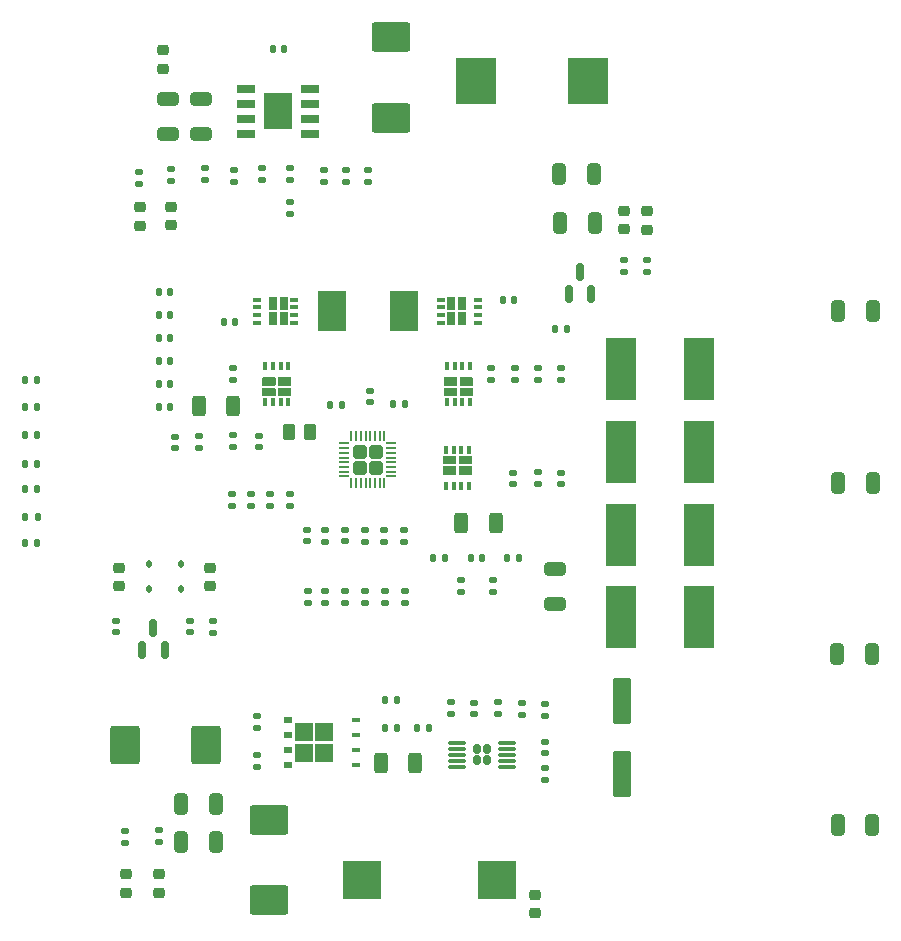
<source format=gtp>
G04 #@! TF.GenerationSoftware,KiCad,Pcbnew,7.0.6-0*
G04 #@! TF.CreationDate,2023-09-08T10:13:38-03:00*
G04 #@! TF.ProjectId,expansao_bateria_rev1.1,65787061-6e73-4616-9f5f-626174657269,rev?*
G04 #@! TF.SameCoordinates,Original*
G04 #@! TF.FileFunction,Paste,Top*
G04 #@! TF.FilePolarity,Positive*
%FSLAX46Y46*%
G04 Gerber Fmt 4.6, Leading zero omitted, Abs format (unit mm)*
G04 Created by KiCad (PCBNEW 7.0.6-0) date 2023-09-08 10:13:38*
%MOMM*%
%LPD*%
G01*
G04 APERTURE LIST*
G04 Aperture macros list*
%AMRoundRect*
0 Rectangle with rounded corners*
0 $1 Rounding radius*
0 $2 $3 $4 $5 $6 $7 $8 $9 X,Y pos of 4 corners*
0 Add a 4 corners polygon primitive as box body*
4,1,4,$2,$3,$4,$5,$6,$7,$8,$9,$2,$3,0*
0 Add four circle primitives for the rounded corners*
1,1,$1+$1,$2,$3*
1,1,$1+$1,$4,$5*
1,1,$1+$1,$6,$7*
1,1,$1+$1,$8,$9*
0 Add four rect primitives between the rounded corners*
20,1,$1+$1,$2,$3,$4,$5,0*
20,1,$1+$1,$4,$5,$6,$7,0*
20,1,$1+$1,$6,$7,$8,$9,0*
20,1,$1+$1,$8,$9,$2,$3,0*%
G04 Aperture macros list end*
%ADD10R,2.500000X5.300000*%
%ADD11RoundRect,0.250000X0.550000X-1.712500X0.550000X1.712500X-0.550000X1.712500X-0.550000X-1.712500X0*%
%ADD12RoundRect,0.135000X-0.185000X0.135000X-0.185000X-0.135000X0.185000X-0.135000X0.185000X0.135000X0*%
%ADD13RoundRect,0.135000X0.185000X-0.135000X0.185000X0.135000X-0.185000X0.135000X-0.185000X-0.135000X0*%
%ADD14R,0.399999X0.700001*%
%ADD15RoundRect,0.218750X-0.256250X0.218750X-0.256250X-0.218750X0.256250X-0.218750X0.256250X0.218750X0*%
%ADD16RoundRect,0.140000X-0.170000X0.140000X-0.170000X-0.140000X0.170000X-0.140000X0.170000X0.140000X0*%
%ADD17RoundRect,0.250000X-0.325000X-0.650000X0.325000X-0.650000X0.325000X0.650000X-0.325000X0.650000X0*%
%ADD18RoundRect,0.140000X-0.140000X-0.170000X0.140000X-0.170000X0.140000X0.170000X-0.140000X0.170000X0*%
%ADD19RoundRect,0.250000X-0.312500X-0.625000X0.312500X-0.625000X0.312500X0.625000X-0.312500X0.625000X0*%
%ADD20RoundRect,0.140000X0.140000X0.170000X-0.140000X0.170000X-0.140000X-0.170000X0.140000X-0.170000X0*%
%ADD21RoundRect,0.175000X0.175000X0.220000X-0.175000X0.220000X-0.175000X-0.220000X0.175000X-0.220000X0*%
%ADD22RoundRect,0.075000X0.650000X0.075000X-0.650000X0.075000X-0.650000X-0.075000X0.650000X-0.075000X0*%
%ADD23RoundRect,0.150000X0.150000X-0.587500X0.150000X0.587500X-0.150000X0.587500X-0.150000X-0.587500X0*%
%ADD24RoundRect,0.218750X0.256250X-0.218750X0.256250X0.218750X-0.256250X0.218750X-0.256250X-0.218750X0*%
%ADD25RoundRect,0.140000X0.170000X-0.140000X0.170000X0.140000X-0.170000X0.140000X-0.170000X-0.140000X0*%
%ADD26RoundRect,0.135000X0.135000X0.185000X-0.135000X0.185000X-0.135000X-0.185000X0.135000X-0.185000X0*%
%ADD27RoundRect,0.250000X0.650000X-0.325000X0.650000X0.325000X-0.650000X0.325000X-0.650000X-0.325000X0*%
%ADD28RoundRect,0.135000X-0.135000X-0.185000X0.135000X-0.185000X0.135000X0.185000X-0.135000X0.185000X0*%
%ADD29R,3.500000X4.000000*%
%ADD30RoundRect,0.250000X-0.335000X-0.335000X0.335000X-0.335000X0.335000X0.335000X-0.335000X0.335000X0*%
%ADD31RoundRect,0.050000X-0.337500X-0.050000X0.337500X-0.050000X0.337500X0.050000X-0.337500X0.050000X0*%
%ADD32RoundRect,0.050000X-0.050000X-0.337500X0.050000X-0.337500X0.050000X0.337500X-0.050000X0.337500X0*%
%ADD33RoundRect,0.250000X0.325000X0.650000X-0.325000X0.650000X-0.325000X-0.650000X0.325000X-0.650000X0*%
%ADD34RoundRect,0.250000X1.000000X-1.400000X1.000000X1.400000X-1.000000X1.400000X-1.000000X-1.400000X0*%
%ADD35RoundRect,0.250000X-1.400000X-1.000000X1.400000X-1.000000X1.400000X1.000000X-1.400000X1.000000X0*%
%ADD36RoundRect,0.250000X-0.650000X0.325000X-0.650000X-0.325000X0.650000X-0.325000X0.650000X0.325000X0*%
%ADD37RoundRect,0.225000X-0.250000X0.225000X-0.250000X-0.225000X0.250000X-0.225000X0.250000X0.225000X0*%
%ADD38RoundRect,0.112500X0.112500X-0.187500X0.112500X0.187500X-0.112500X0.187500X-0.112500X-0.187500X0*%
%ADD39R,0.700001X0.399999*%
%ADD40R,1.525000X0.650000*%
%ADD41R,2.400000X3.100000*%
%ADD42R,3.175000X3.300000*%
%ADD43R,1.500000X1.500000*%
%ADD44R,0.750000X0.500000*%
%ADD45R,0.750000X0.400000*%
%ADD46RoundRect,0.250000X-0.262500X-0.450000X0.262500X-0.450000X0.262500X0.450000X-0.262500X0.450000X0*%
%ADD47R,2.350000X3.500000*%
G04 APERTURE END LIST*
G36*
X28648774Y-31708948D02*
G01*
X28658033Y-31711754D01*
X28666564Y-31716316D01*
X28674042Y-31722453D01*
X28680179Y-31729930D01*
X28684741Y-31738462D01*
X28687547Y-31747721D01*
X28688495Y-31757350D01*
X28688495Y-32363648D01*
X28687547Y-32373277D01*
X28684741Y-32382535D01*
X28680179Y-32391067D01*
X28674042Y-32398545D01*
X28666564Y-32404681D01*
X28658033Y-32409243D01*
X28648774Y-32412050D01*
X28639145Y-32412997D01*
X27612848Y-32412997D01*
X27603219Y-32412050D01*
X27593960Y-32409243D01*
X27585429Y-32404681D01*
X27577951Y-32398545D01*
X27571814Y-32391067D01*
X27567252Y-32382535D01*
X27564446Y-32373277D01*
X27563496Y-32363648D01*
X27563496Y-31757350D01*
X27564446Y-31747721D01*
X27567252Y-31738462D01*
X27571814Y-31729930D01*
X27577951Y-31722453D01*
X27585429Y-31716316D01*
X27593960Y-31711754D01*
X27603219Y-31708948D01*
X27612848Y-31707998D01*
X28639145Y-31707998D01*
X28648774Y-31708948D01*
G37*
G36*
X27323778Y-31708948D02*
G01*
X27333036Y-31711754D01*
X27341568Y-31716316D01*
X27349046Y-31722453D01*
X27355183Y-31729930D01*
X27359745Y-31738462D01*
X27362551Y-31747721D01*
X27363501Y-31757350D01*
X27363501Y-32363648D01*
X27362551Y-32373277D01*
X27359745Y-32382535D01*
X27355183Y-32391067D01*
X27349046Y-32398545D01*
X27341568Y-32404681D01*
X27333036Y-32409243D01*
X27323778Y-32412050D01*
X27314149Y-32412997D01*
X26287852Y-32412997D01*
X26278223Y-32412050D01*
X26268964Y-32409243D01*
X26260433Y-32404681D01*
X26252955Y-32398545D01*
X26246818Y-32391067D01*
X26242256Y-32382535D01*
X26239450Y-32373277D01*
X26238502Y-32363648D01*
X26238502Y-31757350D01*
X26239450Y-31747721D01*
X26242256Y-31738462D01*
X26246818Y-31729930D01*
X26252955Y-31722453D01*
X26260433Y-31716316D01*
X26268964Y-31711754D01*
X26278223Y-31708948D01*
X26287852Y-31707998D01*
X27314149Y-31707998D01*
X27323778Y-31708948D01*
G37*
G36*
X28648774Y-32613947D02*
G01*
X28658033Y-32616754D01*
X28666564Y-32621316D01*
X28674042Y-32627452D01*
X28680179Y-32634930D01*
X28684741Y-32643462D01*
X28687547Y-32652720D01*
X28688495Y-32662349D01*
X28688495Y-33268647D01*
X28687547Y-33278276D01*
X28684741Y-33287535D01*
X28680179Y-33296067D01*
X28674042Y-33303544D01*
X28666564Y-33309681D01*
X28658033Y-33314243D01*
X28648774Y-33317049D01*
X28639145Y-33317997D01*
X27612848Y-33317997D01*
X27603219Y-33317049D01*
X27593960Y-33314243D01*
X27585429Y-33309681D01*
X27577951Y-33303544D01*
X27571814Y-33296067D01*
X27567252Y-33287535D01*
X27564446Y-33278276D01*
X27563496Y-33268647D01*
X27563496Y-32662349D01*
X27564446Y-32652720D01*
X27567252Y-32643462D01*
X27571814Y-32634930D01*
X27577951Y-32627452D01*
X27585429Y-32621316D01*
X27593960Y-32616754D01*
X27603219Y-32613947D01*
X27612848Y-32612997D01*
X28639145Y-32612997D01*
X28648774Y-32613947D01*
G37*
G36*
X27323778Y-32613947D02*
G01*
X27333036Y-32616754D01*
X27341568Y-32621316D01*
X27349046Y-32627452D01*
X27355183Y-32634930D01*
X27359745Y-32643462D01*
X27362551Y-32652720D01*
X27363501Y-32662349D01*
X27363501Y-33268647D01*
X27362551Y-33278276D01*
X27359745Y-33287535D01*
X27355183Y-33296067D01*
X27349046Y-33303544D01*
X27341568Y-33309681D01*
X27333036Y-33314243D01*
X27323778Y-33317049D01*
X27314149Y-33317997D01*
X26287852Y-33317997D01*
X26278223Y-33317049D01*
X26268964Y-33314243D01*
X26260433Y-33309681D01*
X26252955Y-33303544D01*
X26246818Y-33296067D01*
X26242256Y-33287535D01*
X26239450Y-33278276D01*
X26238502Y-33268647D01*
X26238502Y-32662349D01*
X26239450Y-32652720D01*
X26242256Y-32643462D01*
X26246818Y-32634930D01*
X26252955Y-32627452D01*
X26260433Y-32621316D01*
X26268964Y-32616754D01*
X26278223Y-32613947D01*
X26287852Y-32612997D01*
X27314149Y-32612997D01*
X27323778Y-32613947D01*
G37*
G36*
X42643283Y-39223948D02*
G01*
X42652542Y-39226755D01*
X42661073Y-39231317D01*
X42668551Y-39237453D01*
X42674688Y-39244931D01*
X42679250Y-39253463D01*
X42682056Y-39262721D01*
X42683006Y-39272350D01*
X42683006Y-39878648D01*
X42682056Y-39888277D01*
X42679250Y-39897536D01*
X42674688Y-39906068D01*
X42668551Y-39913545D01*
X42661073Y-39919682D01*
X42652542Y-39924244D01*
X42643283Y-39927050D01*
X42633654Y-39928000D01*
X41607357Y-39928000D01*
X41597728Y-39927050D01*
X41588469Y-39924244D01*
X41579938Y-39919682D01*
X41572460Y-39913545D01*
X41566323Y-39906068D01*
X41561761Y-39897536D01*
X41558955Y-39888277D01*
X41558007Y-39878648D01*
X41558007Y-39272350D01*
X41558955Y-39262721D01*
X41561761Y-39253463D01*
X41566323Y-39244931D01*
X41572460Y-39237453D01*
X41579938Y-39231317D01*
X41588469Y-39226755D01*
X41597728Y-39223948D01*
X41607357Y-39223001D01*
X42633654Y-39223001D01*
X42643283Y-39223948D01*
G37*
G36*
X43968279Y-39223948D02*
G01*
X43977538Y-39226755D01*
X43986069Y-39231317D01*
X43993547Y-39237453D01*
X43999684Y-39244931D01*
X44004246Y-39253463D01*
X44007052Y-39262721D01*
X44008000Y-39272350D01*
X44008000Y-39878648D01*
X44007052Y-39888277D01*
X44004246Y-39897536D01*
X43999684Y-39906068D01*
X43993547Y-39913545D01*
X43986069Y-39919682D01*
X43977538Y-39924244D01*
X43968279Y-39927050D01*
X43958650Y-39928000D01*
X42932353Y-39928000D01*
X42922724Y-39927050D01*
X42913466Y-39924244D01*
X42904934Y-39919682D01*
X42897456Y-39913545D01*
X42891319Y-39906068D01*
X42886757Y-39897536D01*
X42883951Y-39888277D01*
X42883001Y-39878648D01*
X42883001Y-39272350D01*
X42883951Y-39262721D01*
X42886757Y-39253463D01*
X42891319Y-39244931D01*
X42897456Y-39237453D01*
X42904934Y-39231317D01*
X42913466Y-39226755D01*
X42922724Y-39223948D01*
X42932353Y-39223001D01*
X43958650Y-39223001D01*
X43968279Y-39223948D01*
G37*
G36*
X42643283Y-38318949D02*
G01*
X42652542Y-38321755D01*
X42661073Y-38326317D01*
X42668551Y-38332454D01*
X42674688Y-38339931D01*
X42679250Y-38348463D01*
X42682056Y-38357722D01*
X42683006Y-38367351D01*
X42683006Y-38973649D01*
X42682056Y-38983278D01*
X42679250Y-38992536D01*
X42674688Y-39001068D01*
X42668551Y-39008546D01*
X42661073Y-39014682D01*
X42652542Y-39019244D01*
X42643283Y-39022051D01*
X42633654Y-39023001D01*
X41607357Y-39023001D01*
X41597728Y-39022051D01*
X41588469Y-39019244D01*
X41579938Y-39014682D01*
X41572460Y-39008546D01*
X41566323Y-39001068D01*
X41561761Y-38992536D01*
X41558955Y-38983278D01*
X41558007Y-38973649D01*
X41558007Y-38367351D01*
X41558955Y-38357722D01*
X41561761Y-38348463D01*
X41566323Y-38339931D01*
X41572460Y-38332454D01*
X41579938Y-38326317D01*
X41588469Y-38321755D01*
X41597728Y-38318949D01*
X41607357Y-38318001D01*
X42633654Y-38318001D01*
X42643283Y-38318949D01*
G37*
G36*
X43968279Y-38318949D02*
G01*
X43977538Y-38321755D01*
X43986069Y-38326317D01*
X43993547Y-38332454D01*
X43999684Y-38339931D01*
X44004246Y-38348463D01*
X44007052Y-38357722D01*
X44008000Y-38367351D01*
X44008000Y-38973649D01*
X44007052Y-38983278D01*
X44004246Y-38992536D01*
X43999684Y-39001068D01*
X43993547Y-39008546D01*
X43986069Y-39014682D01*
X43977538Y-39019244D01*
X43968279Y-39022051D01*
X43958650Y-39023001D01*
X42932353Y-39023001D01*
X42922724Y-39022051D01*
X42913466Y-39019244D01*
X42904934Y-39014682D01*
X42897456Y-39008546D01*
X42891319Y-39001068D01*
X42886757Y-38992536D01*
X42883951Y-38983278D01*
X42883001Y-38973649D01*
X42883001Y-38367351D01*
X42883951Y-38357722D01*
X42886757Y-38348463D01*
X42891319Y-38339931D01*
X42897456Y-38332454D01*
X42904934Y-38326317D01*
X42913466Y-38321755D01*
X42922724Y-38318949D01*
X42932353Y-38318001D01*
X43958650Y-38318001D01*
X43968279Y-38318949D01*
G37*
G36*
X43468279Y-26183944D02*
G01*
X43477538Y-26186750D01*
X43486070Y-26191312D01*
X43493547Y-26197449D01*
X43499684Y-26204927D01*
X43504246Y-26213458D01*
X43507052Y-26222717D01*
X43508002Y-26232346D01*
X43508002Y-27258643D01*
X43507052Y-27268272D01*
X43504246Y-27277531D01*
X43499684Y-27286062D01*
X43493547Y-27293540D01*
X43486070Y-27299677D01*
X43477538Y-27304239D01*
X43468279Y-27307045D01*
X43458650Y-27307993D01*
X42852352Y-27307993D01*
X42842723Y-27307045D01*
X42833465Y-27304239D01*
X42824933Y-27299677D01*
X42817455Y-27293540D01*
X42811319Y-27286062D01*
X42806757Y-27277531D01*
X42803950Y-27268272D01*
X42803003Y-27258643D01*
X42803003Y-26232346D01*
X42803950Y-26222717D01*
X42806757Y-26213458D01*
X42811319Y-26204927D01*
X42817455Y-26197449D01*
X42824933Y-26191312D01*
X42833465Y-26186750D01*
X42842723Y-26183944D01*
X42852352Y-26182994D01*
X43458650Y-26182994D01*
X43468279Y-26183944D01*
G37*
G36*
X43468279Y-24858948D02*
G01*
X43477538Y-24861754D01*
X43486070Y-24866316D01*
X43493547Y-24872453D01*
X43499684Y-24879931D01*
X43504246Y-24888462D01*
X43507052Y-24897721D01*
X43508002Y-24907350D01*
X43508002Y-25933647D01*
X43507052Y-25943276D01*
X43504246Y-25952534D01*
X43499684Y-25961066D01*
X43493547Y-25968544D01*
X43486070Y-25974681D01*
X43477538Y-25979243D01*
X43468279Y-25982049D01*
X43458650Y-25982999D01*
X42852352Y-25982999D01*
X42842723Y-25982049D01*
X42833465Y-25979243D01*
X42824933Y-25974681D01*
X42817455Y-25968544D01*
X42811319Y-25961066D01*
X42806757Y-25952534D01*
X42803950Y-25943276D01*
X42803003Y-25933647D01*
X42803003Y-24907350D01*
X42803950Y-24897721D01*
X42806757Y-24888462D01*
X42811319Y-24879931D01*
X42817455Y-24872453D01*
X42824933Y-24866316D01*
X42833465Y-24861754D01*
X42842723Y-24858948D01*
X42852352Y-24858000D01*
X43458650Y-24858000D01*
X43468279Y-24858948D01*
G37*
G36*
X42563280Y-26183944D02*
G01*
X42572538Y-26186750D01*
X42581070Y-26191312D01*
X42588548Y-26197449D01*
X42594684Y-26204927D01*
X42599246Y-26213458D01*
X42602053Y-26222717D01*
X42603003Y-26232346D01*
X42603003Y-27258643D01*
X42602053Y-27268272D01*
X42599246Y-27277531D01*
X42594684Y-27286062D01*
X42588548Y-27293540D01*
X42581070Y-27299677D01*
X42572538Y-27304239D01*
X42563280Y-27307045D01*
X42553651Y-27307993D01*
X41947353Y-27307993D01*
X41937724Y-27307045D01*
X41928465Y-27304239D01*
X41919933Y-27299677D01*
X41912456Y-27293540D01*
X41906319Y-27286062D01*
X41901757Y-27277531D01*
X41898951Y-27268272D01*
X41898003Y-27258643D01*
X41898003Y-26232346D01*
X41898951Y-26222717D01*
X41901757Y-26213458D01*
X41906319Y-26204927D01*
X41912456Y-26197449D01*
X41919933Y-26191312D01*
X41928465Y-26186750D01*
X41937724Y-26183944D01*
X41947353Y-26182994D01*
X42553651Y-26182994D01*
X42563280Y-26183944D01*
G37*
G36*
X42563280Y-24858948D02*
G01*
X42572538Y-24861754D01*
X42581070Y-24866316D01*
X42588548Y-24872453D01*
X42594684Y-24879931D01*
X42599246Y-24888462D01*
X42602053Y-24897721D01*
X42603003Y-24907350D01*
X42603003Y-25933647D01*
X42602053Y-25943276D01*
X42599246Y-25952534D01*
X42594684Y-25961066D01*
X42588548Y-25968544D01*
X42581070Y-25974681D01*
X42572538Y-25979243D01*
X42563280Y-25982049D01*
X42553651Y-25982999D01*
X41947353Y-25982999D01*
X41937724Y-25982049D01*
X41928465Y-25979243D01*
X41919933Y-25974681D01*
X41912456Y-25968544D01*
X41906319Y-25961066D01*
X41901757Y-25952534D01*
X41898951Y-25943276D01*
X41898003Y-25933647D01*
X41898003Y-24907350D01*
X41898951Y-24897721D01*
X41901757Y-24888462D01*
X41906319Y-24879931D01*
X41912456Y-24872453D01*
X41919933Y-24866316D01*
X41928465Y-24861754D01*
X41937724Y-24858948D01*
X41947353Y-24858000D01*
X42553651Y-24858000D01*
X42563280Y-24858948D01*
G37*
G36*
X27468778Y-24858953D02*
G01*
X27478036Y-24861759D01*
X27486568Y-24866321D01*
X27494046Y-24872458D01*
X27500182Y-24879936D01*
X27504744Y-24888467D01*
X27507551Y-24897726D01*
X27508498Y-24907355D01*
X27508498Y-25933652D01*
X27507551Y-25943281D01*
X27504744Y-25952540D01*
X27500182Y-25961071D01*
X27494046Y-25968549D01*
X27486568Y-25974686D01*
X27478036Y-25979248D01*
X27468778Y-25982054D01*
X27459149Y-25983004D01*
X26852851Y-25983004D01*
X26843222Y-25982054D01*
X26833963Y-25979248D01*
X26825431Y-25974686D01*
X26817954Y-25968549D01*
X26811817Y-25961071D01*
X26807255Y-25952540D01*
X26804449Y-25943281D01*
X26803499Y-25933652D01*
X26803499Y-24907355D01*
X26804449Y-24897726D01*
X26807255Y-24888467D01*
X26811817Y-24879936D01*
X26817954Y-24872458D01*
X26825431Y-24866321D01*
X26833963Y-24861759D01*
X26843222Y-24858953D01*
X26852851Y-24858005D01*
X27459149Y-24858005D01*
X27468778Y-24858953D01*
G37*
G36*
X27468778Y-26183949D02*
G01*
X27478036Y-26186755D01*
X27486568Y-26191317D01*
X27494046Y-26197454D01*
X27500182Y-26204932D01*
X27504744Y-26213464D01*
X27507551Y-26222722D01*
X27508498Y-26232351D01*
X27508498Y-27258648D01*
X27507551Y-27268277D01*
X27504744Y-27277536D01*
X27500182Y-27286067D01*
X27494046Y-27293545D01*
X27486568Y-27299682D01*
X27478036Y-27304244D01*
X27468778Y-27307050D01*
X27459149Y-27307998D01*
X26852851Y-27307998D01*
X26843222Y-27307050D01*
X26833963Y-27304244D01*
X26825431Y-27299682D01*
X26817954Y-27293545D01*
X26811817Y-27286067D01*
X26807255Y-27277536D01*
X26804449Y-27268277D01*
X26803499Y-27258648D01*
X26803499Y-26232351D01*
X26804449Y-26222722D01*
X26807255Y-26213464D01*
X26811817Y-26204932D01*
X26817954Y-26197454D01*
X26825431Y-26191317D01*
X26833963Y-26186755D01*
X26843222Y-26183949D01*
X26852851Y-26182999D01*
X27459149Y-26182999D01*
X27468778Y-26183949D01*
G37*
G36*
X28373777Y-24858953D02*
G01*
X28383036Y-24861759D01*
X28391568Y-24866321D01*
X28399045Y-24872458D01*
X28405182Y-24879936D01*
X28409744Y-24888467D01*
X28412550Y-24897726D01*
X28413498Y-24907355D01*
X28413498Y-25933652D01*
X28412550Y-25943281D01*
X28409744Y-25952540D01*
X28405182Y-25961071D01*
X28399045Y-25968549D01*
X28391568Y-25974686D01*
X28383036Y-25979248D01*
X28373777Y-25982054D01*
X28364148Y-25983004D01*
X27757850Y-25983004D01*
X27748221Y-25982054D01*
X27738963Y-25979248D01*
X27730431Y-25974686D01*
X27722953Y-25968549D01*
X27716817Y-25961071D01*
X27712255Y-25952540D01*
X27709448Y-25943281D01*
X27708498Y-25933652D01*
X27708498Y-24907355D01*
X27709448Y-24897726D01*
X27712255Y-24888467D01*
X27716817Y-24879936D01*
X27722953Y-24872458D01*
X27730431Y-24866321D01*
X27738963Y-24861759D01*
X27748221Y-24858953D01*
X27757850Y-24858005D01*
X28364148Y-24858005D01*
X28373777Y-24858953D01*
G37*
G36*
X28373777Y-26183949D02*
G01*
X28383036Y-26186755D01*
X28391568Y-26191317D01*
X28399045Y-26197454D01*
X28405182Y-26204932D01*
X28409744Y-26213464D01*
X28412550Y-26222722D01*
X28413498Y-26232351D01*
X28413498Y-27258648D01*
X28412550Y-27268277D01*
X28409744Y-27277536D01*
X28405182Y-27286067D01*
X28399045Y-27293545D01*
X28391568Y-27299682D01*
X28383036Y-27304244D01*
X28373777Y-27307050D01*
X28364148Y-27307998D01*
X27757850Y-27307998D01*
X27748221Y-27307050D01*
X27738963Y-27304244D01*
X27730431Y-27299682D01*
X27722953Y-27293545D01*
X27716817Y-27286067D01*
X27712255Y-27277536D01*
X27709448Y-27268277D01*
X27708498Y-27258648D01*
X27708498Y-26232351D01*
X27709448Y-26222722D01*
X27712255Y-26213464D01*
X27716817Y-26204932D01*
X27722953Y-26197454D01*
X27730431Y-26191317D01*
X27738963Y-26186755D01*
X27748221Y-26183949D01*
X27757850Y-26182999D01*
X28364148Y-26182999D01*
X28373777Y-26183949D01*
G37*
G36*
X44033273Y-31708948D02*
G01*
X44042532Y-31711754D01*
X44051063Y-31716316D01*
X44058541Y-31722453D01*
X44064678Y-31729930D01*
X44069240Y-31738462D01*
X44072046Y-31747721D01*
X44072994Y-31757350D01*
X44072994Y-32363648D01*
X44072046Y-32373277D01*
X44069240Y-32382535D01*
X44064678Y-32391067D01*
X44058541Y-32398545D01*
X44051063Y-32404681D01*
X44042532Y-32409243D01*
X44033273Y-32412050D01*
X44023644Y-32412997D01*
X42997347Y-32412997D01*
X42987718Y-32412050D01*
X42978459Y-32409243D01*
X42969928Y-32404681D01*
X42962450Y-32398545D01*
X42956313Y-32391067D01*
X42951751Y-32382535D01*
X42948945Y-32373277D01*
X42947995Y-32363648D01*
X42947995Y-31757350D01*
X42948945Y-31747721D01*
X42951751Y-31738462D01*
X42956313Y-31729930D01*
X42962450Y-31722453D01*
X42969928Y-31716316D01*
X42978459Y-31711754D01*
X42987718Y-31708948D01*
X42997347Y-31707998D01*
X44023644Y-31707998D01*
X44033273Y-31708948D01*
G37*
G36*
X42708277Y-31708948D02*
G01*
X42717535Y-31711754D01*
X42726067Y-31716316D01*
X42733545Y-31722453D01*
X42739682Y-31729930D01*
X42744244Y-31738462D01*
X42747050Y-31747721D01*
X42748000Y-31757350D01*
X42748000Y-32363648D01*
X42747050Y-32373277D01*
X42744244Y-32382535D01*
X42739682Y-32391067D01*
X42733545Y-32398545D01*
X42726067Y-32404681D01*
X42717535Y-32409243D01*
X42708277Y-32412050D01*
X42698648Y-32412997D01*
X41672351Y-32412997D01*
X41662722Y-32412050D01*
X41653463Y-32409243D01*
X41644932Y-32404681D01*
X41637454Y-32398545D01*
X41631317Y-32391067D01*
X41626755Y-32382535D01*
X41623949Y-32373277D01*
X41623001Y-32363648D01*
X41623001Y-31757350D01*
X41623949Y-31747721D01*
X41626755Y-31738462D01*
X41631317Y-31729930D01*
X41637454Y-31722453D01*
X41644932Y-31716316D01*
X41653463Y-31711754D01*
X41662722Y-31708948D01*
X41672351Y-31707998D01*
X42698648Y-31707998D01*
X42708277Y-31708948D01*
G37*
G36*
X44033273Y-32613947D02*
G01*
X44042532Y-32616754D01*
X44051063Y-32621316D01*
X44058541Y-32627452D01*
X44064678Y-32634930D01*
X44069240Y-32643462D01*
X44072046Y-32652720D01*
X44072994Y-32662349D01*
X44072994Y-33268647D01*
X44072046Y-33278276D01*
X44069240Y-33287535D01*
X44064678Y-33296067D01*
X44058541Y-33303544D01*
X44051063Y-33309681D01*
X44042532Y-33314243D01*
X44033273Y-33317049D01*
X44023644Y-33317997D01*
X42997347Y-33317997D01*
X42987718Y-33317049D01*
X42978459Y-33314243D01*
X42969928Y-33309681D01*
X42962450Y-33303544D01*
X42956313Y-33296067D01*
X42951751Y-33287535D01*
X42948945Y-33278276D01*
X42947995Y-33268647D01*
X42947995Y-32662349D01*
X42948945Y-32652720D01*
X42951751Y-32643462D01*
X42956313Y-32634930D01*
X42962450Y-32627452D01*
X42969928Y-32621316D01*
X42978459Y-32616754D01*
X42987718Y-32613947D01*
X42997347Y-32612997D01*
X44023644Y-32612997D01*
X44033273Y-32613947D01*
G37*
G36*
X42708277Y-32613947D02*
G01*
X42717535Y-32616754D01*
X42726067Y-32621316D01*
X42733545Y-32627452D01*
X42739682Y-32634930D01*
X42744244Y-32643462D01*
X42747050Y-32652720D01*
X42748000Y-32662349D01*
X42748000Y-33268647D01*
X42747050Y-33278276D01*
X42744244Y-33287535D01*
X42739682Y-33296067D01*
X42733545Y-33303544D01*
X42726067Y-33309681D01*
X42717535Y-33314243D01*
X42708277Y-33317049D01*
X42698648Y-33317997D01*
X41672351Y-33317997D01*
X41662722Y-33317049D01*
X41653463Y-33314243D01*
X41644932Y-33309681D01*
X41637454Y-33303544D01*
X41631317Y-33296067D01*
X41626755Y-33287535D01*
X41623949Y-33278276D01*
X41623001Y-33268647D01*
X41623001Y-32662349D01*
X41623949Y-32652720D01*
X41626755Y-32643462D01*
X41631317Y-32634930D01*
X41637454Y-32627452D01*
X41644932Y-32621316D01*
X41653463Y-32616754D01*
X41662722Y-32613947D01*
X41672351Y-32612997D01*
X42698648Y-32612997D01*
X42708277Y-32613947D01*
G37*
D10*
X56581000Y-37995666D03*
X63181000Y-37995666D03*
D11*
X56706000Y-65274500D03*
X56706000Y-59099500D03*
D12*
X17482000Y-70033000D03*
X17482000Y-71053000D03*
X34952800Y-49784000D03*
X34952800Y-50804000D03*
D13*
X58818000Y-22796500D03*
X58818000Y-21776500D03*
D14*
X28438503Y-30718000D03*
X27788502Y-30718000D03*
X27138503Y-30718000D03*
X26488502Y-30718000D03*
X26488502Y-33817998D03*
X27138500Y-33817998D03*
X27788502Y-33817998D03*
X28438500Y-33817998D03*
D15*
X17826000Y-3980500D03*
X17826000Y-5555500D03*
D16*
X33233200Y-44632000D03*
X33233200Y-45592000D03*
D17*
X51391000Y-14513000D03*
X54341000Y-14513000D03*
D18*
X37333000Y-33929000D03*
X38293000Y-33929000D03*
D15*
X14145000Y-47812000D03*
X14145000Y-49387000D03*
D13*
X26254332Y-15031000D03*
X26254332Y-14011000D03*
D19*
X20866500Y-34107000D03*
X23791500Y-34107000D03*
D20*
X41683000Y-47001000D03*
X40723000Y-47001000D03*
D16*
X47479000Y-39761000D03*
X47479000Y-40721000D03*
D13*
X50205000Y-65776000D03*
X50205000Y-64756000D03*
X31595600Y-50804000D03*
X31595600Y-49784000D03*
D21*
X45262000Y-64120000D03*
X45262000Y-63180000D03*
X44422000Y-64120000D03*
X44422000Y-63180000D03*
D22*
X46992000Y-64650000D03*
X46992000Y-64150000D03*
X46992000Y-63650000D03*
X46992000Y-63150000D03*
X46992000Y-62650000D03*
X42692000Y-62650000D03*
X42692000Y-63150000D03*
X42692000Y-63650000D03*
X42692000Y-64150000D03*
X42692000Y-64650000D03*
D13*
X56908000Y-22747500D03*
X56908000Y-21727500D03*
D23*
X16068000Y-54755000D03*
X17968000Y-54755000D03*
X17018000Y-52880000D03*
D18*
X46587000Y-25108000D03*
X47547000Y-25108000D03*
X32003000Y-34001000D03*
X32963000Y-34001000D03*
D24*
X14691000Y-75332000D03*
X14691000Y-73757000D03*
D25*
X49574000Y-31896000D03*
X49574000Y-30936000D03*
D16*
X38269000Y-44656000D03*
X38269000Y-45616000D03*
X13875000Y-52300000D03*
X13875000Y-53260000D03*
D26*
X37644000Y-59015000D03*
X36624000Y-59015000D03*
D10*
X56581000Y-30980000D03*
X63181000Y-30980000D03*
D16*
X26917000Y-41615000D03*
X26917000Y-42575000D03*
D10*
X56581000Y-45011332D03*
X63181000Y-45011332D03*
D16*
X51522000Y-39787000D03*
X51522000Y-40747000D03*
D13*
X23642000Y-42605000D03*
X23642000Y-41585000D03*
D27*
X18244000Y-11089000D03*
X18244000Y-8139000D03*
D20*
X18470000Y-32229000D03*
X17510000Y-32229000D03*
D18*
X27140000Y-3909000D03*
X28100000Y-3909000D03*
D19*
X36285000Y-64315000D03*
X39210000Y-64315000D03*
D12*
X25325000Y-41585000D03*
X25325000Y-42605000D03*
D28*
X51022000Y-27600000D03*
X52042000Y-27600000D03*
D29*
X44325000Y-6589000D03*
X53825000Y-6589000D03*
D16*
X49567000Y-39735000D03*
X49567000Y-40695000D03*
D13*
X46193500Y-60220000D03*
X46193500Y-59200000D03*
D30*
X34486000Y-37989000D03*
X34486000Y-39389000D03*
X35886000Y-37989000D03*
X35886000Y-39389000D03*
D31*
X33198500Y-37289000D03*
X33198500Y-37689000D03*
X33198500Y-38089000D03*
X33198500Y-38489000D03*
X33198500Y-38889000D03*
X33198500Y-39289000D03*
X33198500Y-39689000D03*
X33198500Y-40089000D03*
D32*
X33786000Y-40676500D03*
X34186000Y-40676500D03*
X34586000Y-40676500D03*
X34986000Y-40676500D03*
X35386000Y-40676500D03*
X35786000Y-40676500D03*
X36186000Y-40676500D03*
X36586000Y-40676500D03*
D31*
X37173500Y-40089000D03*
X37173500Y-39689000D03*
X37173500Y-39289000D03*
X37173500Y-38889000D03*
X37173500Y-38489000D03*
X37173500Y-38089000D03*
X37173500Y-37689000D03*
X37173500Y-37289000D03*
D32*
X36586000Y-36701500D03*
X36186000Y-36701500D03*
X35786000Y-36701500D03*
X35386000Y-36701500D03*
X34986000Y-36701500D03*
X34586000Y-36701500D03*
X34186000Y-36701500D03*
X33786000Y-36701500D03*
D18*
X39374000Y-61383000D03*
X40334000Y-61383000D03*
D17*
X74952000Y-69563000D03*
X77902000Y-69563000D03*
D25*
X51535500Y-31896000D03*
X51535500Y-30936000D03*
D33*
X54406000Y-18640000D03*
X51456000Y-18640000D03*
D12*
X28570000Y-16844000D03*
X28570000Y-17864000D03*
D34*
X14659000Y-62863000D03*
X21459000Y-62863000D03*
D13*
X23769000Y-37628000D03*
X23769000Y-36608000D03*
D20*
X18469000Y-26382000D03*
X17509000Y-26382000D03*
D12*
X20854000Y-36681000D03*
X20854000Y-37701000D03*
D16*
X33274200Y-49814000D03*
X33274200Y-50774000D03*
D12*
X15824000Y-14281500D03*
X15824000Y-15301500D03*
D10*
X56581000Y-52027000D03*
X63181000Y-52027000D03*
D16*
X30041000Y-44632000D03*
X30041000Y-45592000D03*
D35*
X26855000Y-69184000D03*
X26855000Y-75984000D03*
D15*
X56836000Y-17600000D03*
X56836000Y-19175000D03*
D16*
X18824000Y-36746000D03*
X18824000Y-37706000D03*
D36*
X21094000Y-8139000D03*
X21094000Y-11089000D03*
D17*
X19403000Y-67791000D03*
X22353000Y-67791000D03*
D20*
X18469000Y-30280000D03*
X17509000Y-30280000D03*
D13*
X28575000Y-14975000D03*
X28575000Y-13955000D03*
D23*
X52172000Y-24682500D03*
X54072000Y-24682500D03*
X53122000Y-22807500D03*
D24*
X17499000Y-75342500D03*
X17499000Y-73767500D03*
D16*
X20161000Y-52333000D03*
X20161000Y-53293000D03*
D17*
X19368000Y-71008000D03*
X22318000Y-71008000D03*
D12*
X30082000Y-49784000D03*
X30082000Y-50804000D03*
D37*
X49352000Y-75523000D03*
X49352000Y-77073000D03*
D38*
X19331000Y-49627000D03*
X19331000Y-47527000D03*
D14*
X41807999Y-40917998D03*
X42458000Y-40917998D03*
X43107999Y-40917998D03*
X43758000Y-40917998D03*
X43758000Y-37818000D03*
X43108002Y-37818000D03*
X42458000Y-37818000D03*
X41808002Y-37818000D03*
D26*
X7154000Y-34176000D03*
X6134000Y-34176000D03*
D39*
X44498000Y-27058001D03*
X44498000Y-26408000D03*
X44498000Y-25758001D03*
X44498000Y-25108000D03*
X41398002Y-25108000D03*
X41398002Y-25757998D03*
X41398002Y-26408000D03*
X41398002Y-27057998D03*
D26*
X37639000Y-61383000D03*
X36619000Y-61383000D03*
D39*
X25813501Y-25107997D03*
X25813501Y-25757998D03*
X25813501Y-26407997D03*
X25813501Y-27057998D03*
X28913499Y-27057998D03*
X28913499Y-26408000D03*
X28913499Y-25757998D03*
X28913499Y-25108000D03*
D16*
X50205000Y-59381000D03*
X50205000Y-60341000D03*
D25*
X35403000Y-33825000D03*
X35403000Y-32865000D03*
D15*
X21814000Y-47812000D03*
X21814000Y-49387000D03*
D16*
X34911800Y-44656000D03*
X34911800Y-45616000D03*
X48204250Y-59309000D03*
X48204250Y-60269000D03*
D12*
X45792000Y-48838000D03*
X45792000Y-49858000D03*
D33*
X77957000Y-26071000D03*
X75007000Y-26071000D03*
D18*
X46979000Y-47001000D03*
X47939000Y-47001000D03*
X43921000Y-46992000D03*
X44881000Y-46992000D03*
D40*
X24897000Y-7259000D03*
X24897000Y-8529000D03*
X24897000Y-9799000D03*
X24897000Y-11069000D03*
X30321000Y-11069000D03*
X30321000Y-9799000D03*
X30321000Y-8529000D03*
X30321000Y-7259000D03*
D41*
X27609000Y-9164000D03*
D12*
X21361000Y-14001000D03*
X21361000Y-15021000D03*
D16*
X35186000Y-14159000D03*
X35186000Y-15119000D03*
D12*
X31501000Y-14129000D03*
X31501000Y-15149000D03*
D24*
X15850000Y-18878000D03*
X15850000Y-17303000D03*
D25*
X44182750Y-60238000D03*
X44182750Y-59278000D03*
D35*
X37183000Y-2899000D03*
X37183000Y-9699000D03*
D17*
X74936000Y-55135000D03*
X77886000Y-55135000D03*
D25*
X50205000Y-63494334D03*
X50205000Y-62534334D03*
D17*
X74991000Y-40628000D03*
X77941000Y-40628000D03*
D20*
X18470000Y-34178000D03*
X17510000Y-34178000D03*
D24*
X18493000Y-18839500D03*
X18493000Y-17264500D03*
D19*
X43076500Y-44071000D03*
X46001500Y-44071000D03*
D42*
X46077000Y-74239000D03*
X34647000Y-74239000D03*
D25*
X25939000Y-37625000D03*
X25939000Y-36665000D03*
D13*
X25839000Y-61406000D03*
X25839000Y-60386000D03*
D43*
X31486000Y-63464000D03*
X31486000Y-61764000D03*
X29786000Y-63464000D03*
X29786000Y-61764000D03*
D44*
X28381000Y-64519000D03*
X28381000Y-63249000D03*
X28381000Y-61979000D03*
X28381000Y-60709000D03*
D45*
X34186000Y-64519000D03*
X34186000Y-63249000D03*
X34186000Y-61979000D03*
X34186000Y-60709000D03*
D12*
X14663000Y-70137000D03*
X14663000Y-71157000D03*
X23869000Y-14105000D03*
X23869000Y-15125000D03*
D25*
X47612500Y-31896000D03*
X47612500Y-30936000D03*
D46*
X28493500Y-36351000D03*
X30318500Y-36351000D03*
D16*
X36631400Y-49814000D03*
X36631400Y-50774000D03*
D13*
X31554600Y-45622000D03*
X31554600Y-44602000D03*
D26*
X7145000Y-31885000D03*
X6125000Y-31885000D03*
X7211000Y-41119000D03*
X6191000Y-41119000D03*
D25*
X45651000Y-31896000D03*
X45651000Y-30936000D03*
D12*
X38310000Y-49784000D03*
X38310000Y-50804000D03*
D16*
X42182000Y-59217000D03*
X42182000Y-60177000D03*
D13*
X25839000Y-64661000D03*
X25839000Y-63641000D03*
D14*
X43823002Y-30718000D03*
X43173001Y-30718000D03*
X42523002Y-30718000D03*
X41873001Y-30718000D03*
X41873001Y-33817998D03*
X42522999Y-33817998D03*
X43173001Y-33817998D03*
X43822999Y-33817998D03*
D15*
X58797000Y-17625500D03*
X58797000Y-19200500D03*
D20*
X18469000Y-24433000D03*
X17509000Y-24433000D03*
D26*
X7149000Y-36604000D03*
X6129000Y-36604000D03*
D12*
X28582000Y-41585000D03*
X28582000Y-42605000D03*
D25*
X33348500Y-15119000D03*
X33348500Y-14159000D03*
D13*
X43110000Y-49885000D03*
X43110000Y-48865000D03*
D47*
X32161000Y-26082999D03*
X38211000Y-26082999D03*
D26*
X7146000Y-38993000D03*
X6126000Y-38993000D03*
D20*
X23948000Y-27051000D03*
X22988000Y-27051000D03*
D13*
X36590400Y-45646000D03*
X36590400Y-44626000D03*
D36*
X50996000Y-47944000D03*
X50996000Y-50894000D03*
D26*
X7214000Y-43489000D03*
X6194000Y-43489000D03*
D20*
X18469000Y-28331000D03*
X17509000Y-28331000D03*
D12*
X22074000Y-52356000D03*
X22074000Y-53376000D03*
X18493000Y-14059000D03*
X18493000Y-15079000D03*
D16*
X23804000Y-30934000D03*
X23804000Y-31894000D03*
D38*
X16628000Y-49627000D03*
X16628000Y-47527000D03*
D26*
X7211000Y-45761000D03*
X6191000Y-45761000D03*
M02*

</source>
